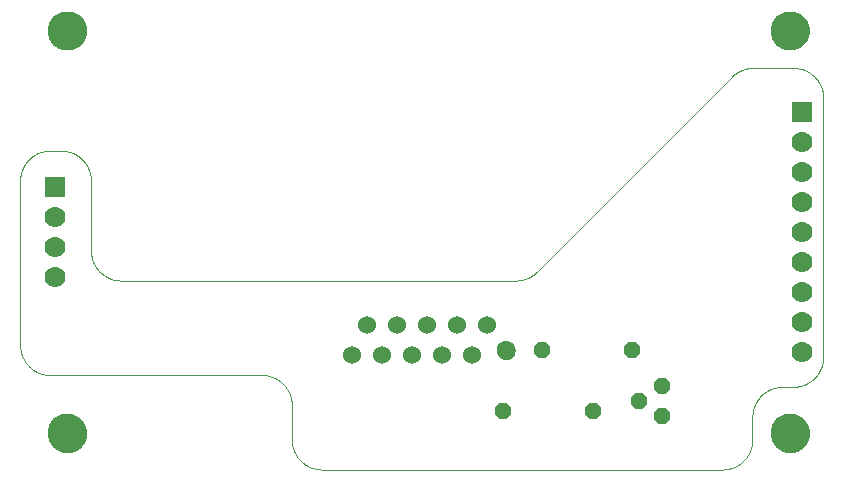
<source format=gbs>
G75*
%MOIN*%
%OFA0B0*%
%FSLAX25Y25*%
%IPPOS*%
%LPD*%
%AMOC8*
5,1,8,0,0,1.08239X$1,22.5*
%
%ADD10C,0.00000*%
%ADD11OC8,0.05600*%
%ADD12C,0.12998*%
%ADD13C,0.07000*%
%ADD14R,0.07000X0.07000*%
%ADD15C,0.06000*%
%ADD16C,0.06306*%
D10*
X0010410Y0013087D02*
X0010412Y0013245D01*
X0010418Y0013403D01*
X0010428Y0013561D01*
X0010442Y0013719D01*
X0010460Y0013876D01*
X0010481Y0014033D01*
X0010507Y0014189D01*
X0010537Y0014345D01*
X0010570Y0014500D01*
X0010608Y0014653D01*
X0010649Y0014806D01*
X0010694Y0014958D01*
X0010743Y0015109D01*
X0010796Y0015258D01*
X0010852Y0015406D01*
X0010912Y0015552D01*
X0010976Y0015697D01*
X0011044Y0015840D01*
X0011115Y0015982D01*
X0011189Y0016122D01*
X0011267Y0016259D01*
X0011349Y0016395D01*
X0011433Y0016529D01*
X0011522Y0016660D01*
X0011613Y0016789D01*
X0011708Y0016916D01*
X0011805Y0017041D01*
X0011906Y0017163D01*
X0012010Y0017282D01*
X0012117Y0017399D01*
X0012227Y0017513D01*
X0012340Y0017624D01*
X0012455Y0017733D01*
X0012573Y0017838D01*
X0012694Y0017940D01*
X0012817Y0018040D01*
X0012943Y0018136D01*
X0013071Y0018229D01*
X0013201Y0018319D01*
X0013334Y0018405D01*
X0013469Y0018489D01*
X0013605Y0018568D01*
X0013744Y0018645D01*
X0013885Y0018717D01*
X0014027Y0018787D01*
X0014171Y0018852D01*
X0014317Y0018914D01*
X0014464Y0018972D01*
X0014613Y0019027D01*
X0014763Y0019078D01*
X0014914Y0019125D01*
X0015066Y0019168D01*
X0015219Y0019207D01*
X0015374Y0019243D01*
X0015529Y0019274D01*
X0015685Y0019302D01*
X0015841Y0019326D01*
X0015998Y0019346D01*
X0016156Y0019362D01*
X0016313Y0019374D01*
X0016472Y0019382D01*
X0016630Y0019386D01*
X0016788Y0019386D01*
X0016946Y0019382D01*
X0017105Y0019374D01*
X0017262Y0019362D01*
X0017420Y0019346D01*
X0017577Y0019326D01*
X0017733Y0019302D01*
X0017889Y0019274D01*
X0018044Y0019243D01*
X0018199Y0019207D01*
X0018352Y0019168D01*
X0018504Y0019125D01*
X0018655Y0019078D01*
X0018805Y0019027D01*
X0018954Y0018972D01*
X0019101Y0018914D01*
X0019247Y0018852D01*
X0019391Y0018787D01*
X0019533Y0018717D01*
X0019674Y0018645D01*
X0019813Y0018568D01*
X0019949Y0018489D01*
X0020084Y0018405D01*
X0020217Y0018319D01*
X0020347Y0018229D01*
X0020475Y0018136D01*
X0020601Y0018040D01*
X0020724Y0017940D01*
X0020845Y0017838D01*
X0020963Y0017733D01*
X0021078Y0017624D01*
X0021191Y0017513D01*
X0021301Y0017399D01*
X0021408Y0017282D01*
X0021512Y0017163D01*
X0021613Y0017041D01*
X0021710Y0016916D01*
X0021805Y0016789D01*
X0021896Y0016660D01*
X0021985Y0016529D01*
X0022069Y0016395D01*
X0022151Y0016259D01*
X0022229Y0016122D01*
X0022303Y0015982D01*
X0022374Y0015840D01*
X0022442Y0015697D01*
X0022506Y0015552D01*
X0022566Y0015406D01*
X0022622Y0015258D01*
X0022675Y0015109D01*
X0022724Y0014958D01*
X0022769Y0014806D01*
X0022810Y0014653D01*
X0022848Y0014500D01*
X0022881Y0014345D01*
X0022911Y0014189D01*
X0022937Y0014033D01*
X0022958Y0013876D01*
X0022976Y0013719D01*
X0022990Y0013561D01*
X0023000Y0013403D01*
X0023006Y0013245D01*
X0023008Y0013087D01*
X0023006Y0012929D01*
X0023000Y0012771D01*
X0022990Y0012613D01*
X0022976Y0012455D01*
X0022958Y0012298D01*
X0022937Y0012141D01*
X0022911Y0011985D01*
X0022881Y0011829D01*
X0022848Y0011674D01*
X0022810Y0011521D01*
X0022769Y0011368D01*
X0022724Y0011216D01*
X0022675Y0011065D01*
X0022622Y0010916D01*
X0022566Y0010768D01*
X0022506Y0010622D01*
X0022442Y0010477D01*
X0022374Y0010334D01*
X0022303Y0010192D01*
X0022229Y0010052D01*
X0022151Y0009915D01*
X0022069Y0009779D01*
X0021985Y0009645D01*
X0021896Y0009514D01*
X0021805Y0009385D01*
X0021710Y0009258D01*
X0021613Y0009133D01*
X0021512Y0009011D01*
X0021408Y0008892D01*
X0021301Y0008775D01*
X0021191Y0008661D01*
X0021078Y0008550D01*
X0020963Y0008441D01*
X0020845Y0008336D01*
X0020724Y0008234D01*
X0020601Y0008134D01*
X0020475Y0008038D01*
X0020347Y0007945D01*
X0020217Y0007855D01*
X0020084Y0007769D01*
X0019949Y0007685D01*
X0019813Y0007606D01*
X0019674Y0007529D01*
X0019533Y0007457D01*
X0019391Y0007387D01*
X0019247Y0007322D01*
X0019101Y0007260D01*
X0018954Y0007202D01*
X0018805Y0007147D01*
X0018655Y0007096D01*
X0018504Y0007049D01*
X0018352Y0007006D01*
X0018199Y0006967D01*
X0018044Y0006931D01*
X0017889Y0006900D01*
X0017733Y0006872D01*
X0017577Y0006848D01*
X0017420Y0006828D01*
X0017262Y0006812D01*
X0017105Y0006800D01*
X0016946Y0006792D01*
X0016788Y0006788D01*
X0016630Y0006788D01*
X0016472Y0006792D01*
X0016313Y0006800D01*
X0016156Y0006812D01*
X0015998Y0006828D01*
X0015841Y0006848D01*
X0015685Y0006872D01*
X0015529Y0006900D01*
X0015374Y0006931D01*
X0015219Y0006967D01*
X0015066Y0007006D01*
X0014914Y0007049D01*
X0014763Y0007096D01*
X0014613Y0007147D01*
X0014464Y0007202D01*
X0014317Y0007260D01*
X0014171Y0007322D01*
X0014027Y0007387D01*
X0013885Y0007457D01*
X0013744Y0007529D01*
X0013605Y0007606D01*
X0013469Y0007685D01*
X0013334Y0007769D01*
X0013201Y0007855D01*
X0013071Y0007945D01*
X0012943Y0008038D01*
X0012817Y0008134D01*
X0012694Y0008234D01*
X0012573Y0008336D01*
X0012455Y0008441D01*
X0012340Y0008550D01*
X0012227Y0008661D01*
X0012117Y0008775D01*
X0012010Y0008892D01*
X0011906Y0009011D01*
X0011805Y0009133D01*
X0011708Y0009258D01*
X0011613Y0009385D01*
X0011522Y0009514D01*
X0011433Y0009645D01*
X0011349Y0009779D01*
X0011267Y0009915D01*
X0011189Y0010052D01*
X0011115Y0010192D01*
X0011044Y0010334D01*
X0010976Y0010477D01*
X0010912Y0010622D01*
X0010852Y0010768D01*
X0010796Y0010916D01*
X0010743Y0011065D01*
X0010694Y0011216D01*
X0010649Y0011368D01*
X0010608Y0011521D01*
X0010570Y0011674D01*
X0010537Y0011829D01*
X0010507Y0011985D01*
X0010481Y0012141D01*
X0010460Y0012298D01*
X0010442Y0012455D01*
X0010428Y0012613D01*
X0010418Y0012771D01*
X0010412Y0012929D01*
X0010410Y0013087D01*
X0011000Y0032496D02*
X0081551Y0032496D01*
X0081793Y0032493D01*
X0082034Y0032484D01*
X0082275Y0032470D01*
X0082516Y0032449D01*
X0082756Y0032423D01*
X0082996Y0032391D01*
X0083235Y0032353D01*
X0083472Y0032310D01*
X0083709Y0032260D01*
X0083944Y0032205D01*
X0084178Y0032145D01*
X0084410Y0032078D01*
X0084641Y0032007D01*
X0084870Y0031929D01*
X0085097Y0031846D01*
X0085322Y0031758D01*
X0085545Y0031664D01*
X0085765Y0031565D01*
X0085983Y0031460D01*
X0086198Y0031351D01*
X0086411Y0031236D01*
X0086621Y0031116D01*
X0086827Y0030991D01*
X0087031Y0030861D01*
X0087232Y0030726D01*
X0087429Y0030586D01*
X0087623Y0030442D01*
X0087813Y0030293D01*
X0087999Y0030139D01*
X0088182Y0029981D01*
X0088361Y0029819D01*
X0088536Y0029652D01*
X0088707Y0029481D01*
X0088874Y0029306D01*
X0089036Y0029127D01*
X0089194Y0028944D01*
X0089348Y0028758D01*
X0089497Y0028568D01*
X0089641Y0028374D01*
X0089781Y0028177D01*
X0089916Y0027976D01*
X0090046Y0027772D01*
X0090171Y0027566D01*
X0090291Y0027356D01*
X0090406Y0027143D01*
X0090515Y0026928D01*
X0090620Y0026710D01*
X0090719Y0026490D01*
X0090813Y0026267D01*
X0090901Y0026042D01*
X0090984Y0025815D01*
X0091062Y0025586D01*
X0091133Y0025355D01*
X0091200Y0025123D01*
X0091260Y0024889D01*
X0091315Y0024654D01*
X0091365Y0024417D01*
X0091408Y0024180D01*
X0091446Y0023941D01*
X0091478Y0023701D01*
X0091504Y0023461D01*
X0091525Y0023220D01*
X0091539Y0022979D01*
X0091548Y0022738D01*
X0091551Y0022496D01*
X0091551Y0011000D01*
X0091554Y0010758D01*
X0091563Y0010517D01*
X0091577Y0010276D01*
X0091598Y0010035D01*
X0091624Y0009795D01*
X0091656Y0009555D01*
X0091694Y0009316D01*
X0091737Y0009079D01*
X0091787Y0008842D01*
X0091842Y0008607D01*
X0091902Y0008373D01*
X0091969Y0008141D01*
X0092040Y0007910D01*
X0092118Y0007681D01*
X0092201Y0007454D01*
X0092289Y0007229D01*
X0092383Y0007006D01*
X0092482Y0006786D01*
X0092587Y0006568D01*
X0092696Y0006353D01*
X0092811Y0006140D01*
X0092931Y0005930D01*
X0093056Y0005724D01*
X0093186Y0005520D01*
X0093321Y0005319D01*
X0093461Y0005122D01*
X0093605Y0004928D01*
X0093754Y0004738D01*
X0093908Y0004552D01*
X0094066Y0004369D01*
X0094228Y0004190D01*
X0094395Y0004015D01*
X0094566Y0003844D01*
X0094741Y0003677D01*
X0094920Y0003515D01*
X0095103Y0003357D01*
X0095289Y0003203D01*
X0095479Y0003054D01*
X0095673Y0002910D01*
X0095870Y0002770D01*
X0096071Y0002635D01*
X0096275Y0002505D01*
X0096481Y0002380D01*
X0096691Y0002260D01*
X0096904Y0002145D01*
X0097119Y0002036D01*
X0097337Y0001931D01*
X0097557Y0001832D01*
X0097780Y0001738D01*
X0098005Y0001650D01*
X0098232Y0001567D01*
X0098461Y0001489D01*
X0098692Y0001418D01*
X0098924Y0001351D01*
X0099158Y0001291D01*
X0099393Y0001236D01*
X0099630Y0001186D01*
X0099867Y0001143D01*
X0100106Y0001105D01*
X0100346Y0001073D01*
X0100586Y0001047D01*
X0100827Y0001026D01*
X0101068Y0001012D01*
X0101309Y0001003D01*
X0101551Y0001000D01*
X0235094Y0001000D01*
X0235336Y0001003D01*
X0235577Y0001012D01*
X0235818Y0001026D01*
X0236059Y0001047D01*
X0236299Y0001073D01*
X0236539Y0001105D01*
X0236778Y0001143D01*
X0237015Y0001186D01*
X0237252Y0001236D01*
X0237487Y0001291D01*
X0237721Y0001351D01*
X0237953Y0001418D01*
X0238184Y0001489D01*
X0238413Y0001567D01*
X0238640Y0001650D01*
X0238865Y0001738D01*
X0239088Y0001832D01*
X0239308Y0001931D01*
X0239526Y0002036D01*
X0239741Y0002145D01*
X0239954Y0002260D01*
X0240164Y0002380D01*
X0240370Y0002505D01*
X0240574Y0002635D01*
X0240775Y0002770D01*
X0240972Y0002910D01*
X0241166Y0003054D01*
X0241356Y0003203D01*
X0241542Y0003357D01*
X0241725Y0003515D01*
X0241904Y0003677D01*
X0242079Y0003844D01*
X0242250Y0004015D01*
X0242417Y0004190D01*
X0242579Y0004369D01*
X0242737Y0004552D01*
X0242891Y0004738D01*
X0243040Y0004928D01*
X0243184Y0005122D01*
X0243324Y0005319D01*
X0243459Y0005520D01*
X0243589Y0005724D01*
X0243714Y0005930D01*
X0243834Y0006140D01*
X0243949Y0006353D01*
X0244058Y0006568D01*
X0244163Y0006786D01*
X0244262Y0007006D01*
X0244356Y0007229D01*
X0244444Y0007454D01*
X0244527Y0007681D01*
X0244605Y0007910D01*
X0244676Y0008141D01*
X0244743Y0008373D01*
X0244803Y0008607D01*
X0244858Y0008842D01*
X0244908Y0009079D01*
X0244951Y0009316D01*
X0244989Y0009555D01*
X0245021Y0009795D01*
X0245047Y0010035D01*
X0245068Y0010276D01*
X0245082Y0010517D01*
X0245091Y0010758D01*
X0245094Y0011000D01*
X0245094Y0018559D01*
X0245097Y0018801D01*
X0245106Y0019042D01*
X0245120Y0019283D01*
X0245141Y0019524D01*
X0245167Y0019764D01*
X0245199Y0020004D01*
X0245237Y0020243D01*
X0245280Y0020480D01*
X0245330Y0020717D01*
X0245385Y0020952D01*
X0245445Y0021186D01*
X0245512Y0021418D01*
X0245583Y0021649D01*
X0245661Y0021878D01*
X0245744Y0022105D01*
X0245832Y0022330D01*
X0245926Y0022553D01*
X0246025Y0022773D01*
X0246130Y0022991D01*
X0246239Y0023206D01*
X0246354Y0023419D01*
X0246474Y0023629D01*
X0246599Y0023835D01*
X0246729Y0024039D01*
X0246864Y0024240D01*
X0247004Y0024437D01*
X0247148Y0024631D01*
X0247297Y0024821D01*
X0247451Y0025007D01*
X0247609Y0025190D01*
X0247771Y0025369D01*
X0247938Y0025544D01*
X0248109Y0025715D01*
X0248284Y0025882D01*
X0248463Y0026044D01*
X0248646Y0026202D01*
X0248832Y0026356D01*
X0249022Y0026505D01*
X0249216Y0026649D01*
X0249413Y0026789D01*
X0249614Y0026924D01*
X0249818Y0027054D01*
X0250024Y0027179D01*
X0250234Y0027299D01*
X0250447Y0027414D01*
X0250662Y0027523D01*
X0250880Y0027628D01*
X0251100Y0027727D01*
X0251323Y0027821D01*
X0251548Y0027909D01*
X0251775Y0027992D01*
X0252004Y0028070D01*
X0252235Y0028141D01*
X0252467Y0028208D01*
X0252701Y0028268D01*
X0252936Y0028323D01*
X0253173Y0028373D01*
X0253410Y0028416D01*
X0253649Y0028454D01*
X0253889Y0028486D01*
X0254129Y0028512D01*
X0254370Y0028533D01*
X0254611Y0028547D01*
X0254852Y0028556D01*
X0255094Y0028559D01*
X0258717Y0028559D01*
X0258959Y0028562D01*
X0259200Y0028571D01*
X0259441Y0028585D01*
X0259682Y0028606D01*
X0259922Y0028632D01*
X0260162Y0028664D01*
X0260401Y0028702D01*
X0260638Y0028745D01*
X0260875Y0028795D01*
X0261110Y0028850D01*
X0261344Y0028910D01*
X0261576Y0028977D01*
X0261807Y0029048D01*
X0262036Y0029126D01*
X0262263Y0029209D01*
X0262488Y0029297D01*
X0262711Y0029391D01*
X0262931Y0029490D01*
X0263149Y0029595D01*
X0263364Y0029704D01*
X0263577Y0029819D01*
X0263787Y0029939D01*
X0263993Y0030064D01*
X0264197Y0030194D01*
X0264398Y0030329D01*
X0264595Y0030469D01*
X0264789Y0030613D01*
X0264979Y0030762D01*
X0265165Y0030916D01*
X0265348Y0031074D01*
X0265527Y0031236D01*
X0265702Y0031403D01*
X0265873Y0031574D01*
X0266040Y0031749D01*
X0266202Y0031928D01*
X0266360Y0032111D01*
X0266514Y0032297D01*
X0266663Y0032487D01*
X0266807Y0032681D01*
X0266947Y0032878D01*
X0267082Y0033079D01*
X0267212Y0033283D01*
X0267337Y0033489D01*
X0267457Y0033699D01*
X0267572Y0033912D01*
X0267681Y0034127D01*
X0267786Y0034345D01*
X0267885Y0034565D01*
X0267979Y0034788D01*
X0268067Y0035013D01*
X0268150Y0035240D01*
X0268228Y0035469D01*
X0268299Y0035700D01*
X0268366Y0035932D01*
X0268426Y0036166D01*
X0268481Y0036401D01*
X0268531Y0036638D01*
X0268574Y0036875D01*
X0268612Y0037114D01*
X0268644Y0037354D01*
X0268670Y0037594D01*
X0268691Y0037835D01*
X0268705Y0038076D01*
X0268714Y0038317D01*
X0268717Y0038559D01*
X0268717Y0124858D01*
X0268714Y0125100D01*
X0268705Y0125341D01*
X0268691Y0125582D01*
X0268670Y0125823D01*
X0268644Y0126063D01*
X0268612Y0126303D01*
X0268574Y0126542D01*
X0268531Y0126779D01*
X0268481Y0127016D01*
X0268426Y0127251D01*
X0268366Y0127485D01*
X0268299Y0127717D01*
X0268228Y0127948D01*
X0268150Y0128177D01*
X0268067Y0128404D01*
X0267979Y0128629D01*
X0267885Y0128852D01*
X0267786Y0129072D01*
X0267681Y0129290D01*
X0267572Y0129505D01*
X0267457Y0129718D01*
X0267337Y0129928D01*
X0267212Y0130134D01*
X0267082Y0130338D01*
X0266947Y0130539D01*
X0266807Y0130736D01*
X0266663Y0130930D01*
X0266514Y0131120D01*
X0266360Y0131306D01*
X0266202Y0131489D01*
X0266040Y0131668D01*
X0265873Y0131843D01*
X0265702Y0132014D01*
X0265527Y0132181D01*
X0265348Y0132343D01*
X0265165Y0132501D01*
X0264979Y0132655D01*
X0264789Y0132804D01*
X0264595Y0132948D01*
X0264398Y0133088D01*
X0264197Y0133223D01*
X0263993Y0133353D01*
X0263787Y0133478D01*
X0263577Y0133598D01*
X0263364Y0133713D01*
X0263149Y0133822D01*
X0262931Y0133927D01*
X0262711Y0134026D01*
X0262488Y0134120D01*
X0262263Y0134208D01*
X0262036Y0134291D01*
X0261807Y0134369D01*
X0261576Y0134440D01*
X0261344Y0134507D01*
X0261110Y0134567D01*
X0260875Y0134622D01*
X0260638Y0134672D01*
X0260401Y0134715D01*
X0260162Y0134753D01*
X0259922Y0134785D01*
X0259682Y0134811D01*
X0259441Y0134832D01*
X0259200Y0134846D01*
X0258959Y0134855D01*
X0258717Y0134858D01*
X0245300Y0134858D01*
X0238229Y0131929D02*
X0173220Y0066921D01*
X0166149Y0063992D02*
X0034622Y0063992D01*
X0034380Y0063995D01*
X0034139Y0064004D01*
X0033898Y0064018D01*
X0033657Y0064039D01*
X0033417Y0064065D01*
X0033177Y0064097D01*
X0032938Y0064135D01*
X0032701Y0064178D01*
X0032464Y0064228D01*
X0032229Y0064283D01*
X0031995Y0064343D01*
X0031763Y0064410D01*
X0031532Y0064481D01*
X0031303Y0064559D01*
X0031076Y0064642D01*
X0030851Y0064730D01*
X0030628Y0064824D01*
X0030408Y0064923D01*
X0030190Y0065028D01*
X0029975Y0065137D01*
X0029762Y0065252D01*
X0029552Y0065372D01*
X0029346Y0065497D01*
X0029142Y0065627D01*
X0028941Y0065762D01*
X0028744Y0065902D01*
X0028550Y0066046D01*
X0028360Y0066195D01*
X0028174Y0066349D01*
X0027991Y0066507D01*
X0027812Y0066669D01*
X0027637Y0066836D01*
X0027466Y0067007D01*
X0027299Y0067182D01*
X0027137Y0067361D01*
X0026979Y0067544D01*
X0026825Y0067730D01*
X0026676Y0067920D01*
X0026532Y0068114D01*
X0026392Y0068311D01*
X0026257Y0068512D01*
X0026127Y0068716D01*
X0026002Y0068922D01*
X0025882Y0069132D01*
X0025767Y0069345D01*
X0025658Y0069560D01*
X0025553Y0069778D01*
X0025454Y0069998D01*
X0025360Y0070221D01*
X0025272Y0070446D01*
X0025189Y0070673D01*
X0025111Y0070902D01*
X0025040Y0071133D01*
X0024973Y0071365D01*
X0024913Y0071599D01*
X0024858Y0071834D01*
X0024808Y0072071D01*
X0024765Y0072308D01*
X0024727Y0072547D01*
X0024695Y0072787D01*
X0024669Y0073027D01*
X0024648Y0073268D01*
X0024634Y0073509D01*
X0024625Y0073750D01*
X0024622Y0073992D01*
X0024622Y0097299D01*
X0024619Y0097541D01*
X0024610Y0097782D01*
X0024596Y0098023D01*
X0024575Y0098264D01*
X0024549Y0098504D01*
X0024517Y0098744D01*
X0024479Y0098983D01*
X0024436Y0099220D01*
X0024386Y0099457D01*
X0024331Y0099692D01*
X0024271Y0099926D01*
X0024204Y0100158D01*
X0024133Y0100389D01*
X0024055Y0100618D01*
X0023972Y0100845D01*
X0023884Y0101070D01*
X0023790Y0101293D01*
X0023691Y0101513D01*
X0023586Y0101731D01*
X0023477Y0101946D01*
X0023362Y0102159D01*
X0023242Y0102369D01*
X0023117Y0102575D01*
X0022987Y0102779D01*
X0022852Y0102980D01*
X0022712Y0103177D01*
X0022568Y0103371D01*
X0022419Y0103561D01*
X0022265Y0103747D01*
X0022107Y0103930D01*
X0021945Y0104109D01*
X0021778Y0104284D01*
X0021607Y0104455D01*
X0021432Y0104622D01*
X0021253Y0104784D01*
X0021070Y0104942D01*
X0020884Y0105096D01*
X0020694Y0105245D01*
X0020500Y0105389D01*
X0020303Y0105529D01*
X0020102Y0105664D01*
X0019898Y0105794D01*
X0019692Y0105919D01*
X0019482Y0106039D01*
X0019269Y0106154D01*
X0019054Y0106263D01*
X0018836Y0106368D01*
X0018616Y0106467D01*
X0018393Y0106561D01*
X0018168Y0106649D01*
X0017941Y0106732D01*
X0017712Y0106810D01*
X0017481Y0106881D01*
X0017249Y0106948D01*
X0017015Y0107008D01*
X0016780Y0107063D01*
X0016543Y0107113D01*
X0016306Y0107156D01*
X0016067Y0107194D01*
X0015827Y0107226D01*
X0015587Y0107252D01*
X0015346Y0107273D01*
X0015105Y0107287D01*
X0014864Y0107296D01*
X0014622Y0107299D01*
X0011000Y0107299D01*
X0010758Y0107296D01*
X0010517Y0107287D01*
X0010276Y0107273D01*
X0010035Y0107252D01*
X0009795Y0107226D01*
X0009555Y0107194D01*
X0009316Y0107156D01*
X0009079Y0107113D01*
X0008842Y0107063D01*
X0008607Y0107008D01*
X0008373Y0106948D01*
X0008141Y0106881D01*
X0007910Y0106810D01*
X0007681Y0106732D01*
X0007454Y0106649D01*
X0007229Y0106561D01*
X0007006Y0106467D01*
X0006786Y0106368D01*
X0006568Y0106263D01*
X0006353Y0106154D01*
X0006140Y0106039D01*
X0005930Y0105919D01*
X0005724Y0105794D01*
X0005520Y0105664D01*
X0005319Y0105529D01*
X0005122Y0105389D01*
X0004928Y0105245D01*
X0004738Y0105096D01*
X0004552Y0104942D01*
X0004369Y0104784D01*
X0004190Y0104622D01*
X0004015Y0104455D01*
X0003844Y0104284D01*
X0003677Y0104109D01*
X0003515Y0103930D01*
X0003357Y0103747D01*
X0003203Y0103561D01*
X0003054Y0103371D01*
X0002910Y0103177D01*
X0002770Y0102980D01*
X0002635Y0102779D01*
X0002505Y0102575D01*
X0002380Y0102369D01*
X0002260Y0102159D01*
X0002145Y0101946D01*
X0002036Y0101731D01*
X0001931Y0101513D01*
X0001832Y0101293D01*
X0001738Y0101070D01*
X0001650Y0100845D01*
X0001567Y0100618D01*
X0001489Y0100389D01*
X0001418Y0100158D01*
X0001351Y0099926D01*
X0001291Y0099692D01*
X0001236Y0099457D01*
X0001186Y0099220D01*
X0001143Y0098983D01*
X0001105Y0098744D01*
X0001073Y0098504D01*
X0001047Y0098264D01*
X0001026Y0098023D01*
X0001012Y0097782D01*
X0001003Y0097541D01*
X0001000Y0097299D01*
X0001000Y0042496D01*
X0001003Y0042254D01*
X0001012Y0042013D01*
X0001026Y0041772D01*
X0001047Y0041531D01*
X0001073Y0041291D01*
X0001105Y0041051D01*
X0001143Y0040812D01*
X0001186Y0040575D01*
X0001236Y0040338D01*
X0001291Y0040103D01*
X0001351Y0039869D01*
X0001418Y0039637D01*
X0001489Y0039406D01*
X0001567Y0039177D01*
X0001650Y0038950D01*
X0001738Y0038725D01*
X0001832Y0038502D01*
X0001931Y0038282D01*
X0002036Y0038064D01*
X0002145Y0037849D01*
X0002260Y0037636D01*
X0002380Y0037426D01*
X0002505Y0037220D01*
X0002635Y0037016D01*
X0002770Y0036815D01*
X0002910Y0036618D01*
X0003054Y0036424D01*
X0003203Y0036234D01*
X0003357Y0036048D01*
X0003515Y0035865D01*
X0003677Y0035686D01*
X0003844Y0035511D01*
X0004015Y0035340D01*
X0004190Y0035173D01*
X0004369Y0035011D01*
X0004552Y0034853D01*
X0004738Y0034699D01*
X0004928Y0034550D01*
X0005122Y0034406D01*
X0005319Y0034266D01*
X0005520Y0034131D01*
X0005724Y0034001D01*
X0005930Y0033876D01*
X0006140Y0033756D01*
X0006353Y0033641D01*
X0006568Y0033532D01*
X0006786Y0033427D01*
X0007006Y0033328D01*
X0007229Y0033234D01*
X0007454Y0033146D01*
X0007681Y0033063D01*
X0007910Y0032985D01*
X0008141Y0032914D01*
X0008373Y0032847D01*
X0008607Y0032787D01*
X0008842Y0032732D01*
X0009079Y0032682D01*
X0009316Y0032639D01*
X0009555Y0032601D01*
X0009795Y0032569D01*
X0010035Y0032543D01*
X0010276Y0032522D01*
X0010517Y0032508D01*
X0010758Y0032499D01*
X0011000Y0032496D01*
X0159937Y0040744D02*
X0159939Y0040852D01*
X0159945Y0040961D01*
X0159955Y0041069D01*
X0159969Y0041176D01*
X0159987Y0041283D01*
X0160008Y0041390D01*
X0160034Y0041495D01*
X0160064Y0041600D01*
X0160097Y0041703D01*
X0160134Y0041805D01*
X0160175Y0041905D01*
X0160219Y0042004D01*
X0160268Y0042102D01*
X0160319Y0042197D01*
X0160374Y0042290D01*
X0160433Y0042382D01*
X0160495Y0042471D01*
X0160560Y0042558D01*
X0160628Y0042642D01*
X0160699Y0042724D01*
X0160773Y0042803D01*
X0160850Y0042879D01*
X0160930Y0042953D01*
X0161013Y0043023D01*
X0161098Y0043091D01*
X0161185Y0043155D01*
X0161275Y0043216D01*
X0161367Y0043274D01*
X0161461Y0043328D01*
X0161557Y0043379D01*
X0161654Y0043426D01*
X0161754Y0043470D01*
X0161855Y0043510D01*
X0161957Y0043546D01*
X0162060Y0043578D01*
X0162165Y0043607D01*
X0162271Y0043631D01*
X0162377Y0043652D01*
X0162484Y0043669D01*
X0162592Y0043682D01*
X0162700Y0043691D01*
X0162809Y0043696D01*
X0162917Y0043697D01*
X0163026Y0043694D01*
X0163134Y0043687D01*
X0163242Y0043676D01*
X0163349Y0043661D01*
X0163456Y0043642D01*
X0163562Y0043619D01*
X0163667Y0043593D01*
X0163772Y0043562D01*
X0163874Y0043528D01*
X0163976Y0043490D01*
X0164076Y0043448D01*
X0164175Y0043403D01*
X0164272Y0043354D01*
X0164366Y0043301D01*
X0164459Y0043245D01*
X0164550Y0043186D01*
X0164639Y0043123D01*
X0164725Y0043058D01*
X0164809Y0042989D01*
X0164890Y0042917D01*
X0164968Y0042842D01*
X0165044Y0042764D01*
X0165117Y0042683D01*
X0165187Y0042600D01*
X0165253Y0042515D01*
X0165317Y0042427D01*
X0165377Y0042336D01*
X0165434Y0042244D01*
X0165487Y0042149D01*
X0165537Y0042053D01*
X0165583Y0041955D01*
X0165626Y0041855D01*
X0165665Y0041754D01*
X0165700Y0041651D01*
X0165732Y0041548D01*
X0165759Y0041443D01*
X0165783Y0041337D01*
X0165803Y0041230D01*
X0165819Y0041123D01*
X0165831Y0041015D01*
X0165839Y0040907D01*
X0165843Y0040798D01*
X0165843Y0040690D01*
X0165839Y0040581D01*
X0165831Y0040473D01*
X0165819Y0040365D01*
X0165803Y0040258D01*
X0165783Y0040151D01*
X0165759Y0040045D01*
X0165732Y0039940D01*
X0165700Y0039837D01*
X0165665Y0039734D01*
X0165626Y0039633D01*
X0165583Y0039533D01*
X0165537Y0039435D01*
X0165487Y0039339D01*
X0165434Y0039244D01*
X0165377Y0039152D01*
X0165317Y0039061D01*
X0165253Y0038973D01*
X0165187Y0038888D01*
X0165117Y0038805D01*
X0165044Y0038724D01*
X0164968Y0038646D01*
X0164890Y0038571D01*
X0164809Y0038499D01*
X0164725Y0038430D01*
X0164639Y0038365D01*
X0164550Y0038302D01*
X0164459Y0038243D01*
X0164367Y0038187D01*
X0164272Y0038134D01*
X0164175Y0038085D01*
X0164076Y0038040D01*
X0163976Y0037998D01*
X0163874Y0037960D01*
X0163772Y0037926D01*
X0163667Y0037895D01*
X0163562Y0037869D01*
X0163456Y0037846D01*
X0163349Y0037827D01*
X0163242Y0037812D01*
X0163134Y0037801D01*
X0163026Y0037794D01*
X0162917Y0037791D01*
X0162809Y0037792D01*
X0162700Y0037797D01*
X0162592Y0037806D01*
X0162484Y0037819D01*
X0162377Y0037836D01*
X0162271Y0037857D01*
X0162165Y0037881D01*
X0162060Y0037910D01*
X0161957Y0037942D01*
X0161855Y0037978D01*
X0161754Y0038018D01*
X0161654Y0038062D01*
X0161557Y0038109D01*
X0161461Y0038160D01*
X0161367Y0038214D01*
X0161275Y0038272D01*
X0161185Y0038333D01*
X0161098Y0038397D01*
X0161013Y0038465D01*
X0160930Y0038535D01*
X0160850Y0038609D01*
X0160773Y0038685D01*
X0160699Y0038764D01*
X0160628Y0038846D01*
X0160560Y0038930D01*
X0160495Y0039017D01*
X0160433Y0039106D01*
X0160374Y0039198D01*
X0160319Y0039291D01*
X0160268Y0039386D01*
X0160219Y0039484D01*
X0160175Y0039583D01*
X0160134Y0039683D01*
X0160097Y0039785D01*
X0160064Y0039888D01*
X0160034Y0039993D01*
X0160008Y0040098D01*
X0159987Y0040205D01*
X0159969Y0040312D01*
X0159955Y0040419D01*
X0159945Y0040527D01*
X0159939Y0040636D01*
X0159937Y0040744D01*
X0166149Y0063992D02*
X0166387Y0063995D01*
X0166625Y0064003D01*
X0166862Y0064017D01*
X0167100Y0064037D01*
X0167336Y0064063D01*
X0167572Y0064094D01*
X0167807Y0064130D01*
X0168042Y0064173D01*
X0168275Y0064221D01*
X0168507Y0064274D01*
X0168737Y0064333D01*
X0168966Y0064397D01*
X0169194Y0064467D01*
X0169420Y0064542D01*
X0169644Y0064623D01*
X0169866Y0064708D01*
X0170086Y0064799D01*
X0170303Y0064896D01*
X0170518Y0064997D01*
X0170731Y0065104D01*
X0170941Y0065215D01*
X0171149Y0065332D01*
X0171354Y0065453D01*
X0171555Y0065579D01*
X0171754Y0065711D01*
X0171950Y0065846D01*
X0172142Y0065987D01*
X0172331Y0066131D01*
X0172516Y0066281D01*
X0172698Y0066435D01*
X0172876Y0066592D01*
X0173050Y0066755D01*
X0173220Y0066921D01*
X0251355Y0013087D02*
X0251357Y0013245D01*
X0251363Y0013403D01*
X0251373Y0013561D01*
X0251387Y0013719D01*
X0251405Y0013876D01*
X0251426Y0014033D01*
X0251452Y0014189D01*
X0251482Y0014345D01*
X0251515Y0014500D01*
X0251553Y0014653D01*
X0251594Y0014806D01*
X0251639Y0014958D01*
X0251688Y0015109D01*
X0251741Y0015258D01*
X0251797Y0015406D01*
X0251857Y0015552D01*
X0251921Y0015697D01*
X0251989Y0015840D01*
X0252060Y0015982D01*
X0252134Y0016122D01*
X0252212Y0016259D01*
X0252294Y0016395D01*
X0252378Y0016529D01*
X0252467Y0016660D01*
X0252558Y0016789D01*
X0252653Y0016916D01*
X0252750Y0017041D01*
X0252851Y0017163D01*
X0252955Y0017282D01*
X0253062Y0017399D01*
X0253172Y0017513D01*
X0253285Y0017624D01*
X0253400Y0017733D01*
X0253518Y0017838D01*
X0253639Y0017940D01*
X0253762Y0018040D01*
X0253888Y0018136D01*
X0254016Y0018229D01*
X0254146Y0018319D01*
X0254279Y0018405D01*
X0254414Y0018489D01*
X0254550Y0018568D01*
X0254689Y0018645D01*
X0254830Y0018717D01*
X0254972Y0018787D01*
X0255116Y0018852D01*
X0255262Y0018914D01*
X0255409Y0018972D01*
X0255558Y0019027D01*
X0255708Y0019078D01*
X0255859Y0019125D01*
X0256011Y0019168D01*
X0256164Y0019207D01*
X0256319Y0019243D01*
X0256474Y0019274D01*
X0256630Y0019302D01*
X0256786Y0019326D01*
X0256943Y0019346D01*
X0257101Y0019362D01*
X0257258Y0019374D01*
X0257417Y0019382D01*
X0257575Y0019386D01*
X0257733Y0019386D01*
X0257891Y0019382D01*
X0258050Y0019374D01*
X0258207Y0019362D01*
X0258365Y0019346D01*
X0258522Y0019326D01*
X0258678Y0019302D01*
X0258834Y0019274D01*
X0258989Y0019243D01*
X0259144Y0019207D01*
X0259297Y0019168D01*
X0259449Y0019125D01*
X0259600Y0019078D01*
X0259750Y0019027D01*
X0259899Y0018972D01*
X0260046Y0018914D01*
X0260192Y0018852D01*
X0260336Y0018787D01*
X0260478Y0018717D01*
X0260619Y0018645D01*
X0260758Y0018568D01*
X0260894Y0018489D01*
X0261029Y0018405D01*
X0261162Y0018319D01*
X0261292Y0018229D01*
X0261420Y0018136D01*
X0261546Y0018040D01*
X0261669Y0017940D01*
X0261790Y0017838D01*
X0261908Y0017733D01*
X0262023Y0017624D01*
X0262136Y0017513D01*
X0262246Y0017399D01*
X0262353Y0017282D01*
X0262457Y0017163D01*
X0262558Y0017041D01*
X0262655Y0016916D01*
X0262750Y0016789D01*
X0262841Y0016660D01*
X0262930Y0016529D01*
X0263014Y0016395D01*
X0263096Y0016259D01*
X0263174Y0016122D01*
X0263248Y0015982D01*
X0263319Y0015840D01*
X0263387Y0015697D01*
X0263451Y0015552D01*
X0263511Y0015406D01*
X0263567Y0015258D01*
X0263620Y0015109D01*
X0263669Y0014958D01*
X0263714Y0014806D01*
X0263755Y0014653D01*
X0263793Y0014500D01*
X0263826Y0014345D01*
X0263856Y0014189D01*
X0263882Y0014033D01*
X0263903Y0013876D01*
X0263921Y0013719D01*
X0263935Y0013561D01*
X0263945Y0013403D01*
X0263951Y0013245D01*
X0263953Y0013087D01*
X0263951Y0012929D01*
X0263945Y0012771D01*
X0263935Y0012613D01*
X0263921Y0012455D01*
X0263903Y0012298D01*
X0263882Y0012141D01*
X0263856Y0011985D01*
X0263826Y0011829D01*
X0263793Y0011674D01*
X0263755Y0011521D01*
X0263714Y0011368D01*
X0263669Y0011216D01*
X0263620Y0011065D01*
X0263567Y0010916D01*
X0263511Y0010768D01*
X0263451Y0010622D01*
X0263387Y0010477D01*
X0263319Y0010334D01*
X0263248Y0010192D01*
X0263174Y0010052D01*
X0263096Y0009915D01*
X0263014Y0009779D01*
X0262930Y0009645D01*
X0262841Y0009514D01*
X0262750Y0009385D01*
X0262655Y0009258D01*
X0262558Y0009133D01*
X0262457Y0009011D01*
X0262353Y0008892D01*
X0262246Y0008775D01*
X0262136Y0008661D01*
X0262023Y0008550D01*
X0261908Y0008441D01*
X0261790Y0008336D01*
X0261669Y0008234D01*
X0261546Y0008134D01*
X0261420Y0008038D01*
X0261292Y0007945D01*
X0261162Y0007855D01*
X0261029Y0007769D01*
X0260894Y0007685D01*
X0260758Y0007606D01*
X0260619Y0007529D01*
X0260478Y0007457D01*
X0260336Y0007387D01*
X0260192Y0007322D01*
X0260046Y0007260D01*
X0259899Y0007202D01*
X0259750Y0007147D01*
X0259600Y0007096D01*
X0259449Y0007049D01*
X0259297Y0007006D01*
X0259144Y0006967D01*
X0258989Y0006931D01*
X0258834Y0006900D01*
X0258678Y0006872D01*
X0258522Y0006848D01*
X0258365Y0006828D01*
X0258207Y0006812D01*
X0258050Y0006800D01*
X0257891Y0006792D01*
X0257733Y0006788D01*
X0257575Y0006788D01*
X0257417Y0006792D01*
X0257258Y0006800D01*
X0257101Y0006812D01*
X0256943Y0006828D01*
X0256786Y0006848D01*
X0256630Y0006872D01*
X0256474Y0006900D01*
X0256319Y0006931D01*
X0256164Y0006967D01*
X0256011Y0007006D01*
X0255859Y0007049D01*
X0255708Y0007096D01*
X0255558Y0007147D01*
X0255409Y0007202D01*
X0255262Y0007260D01*
X0255116Y0007322D01*
X0254972Y0007387D01*
X0254830Y0007457D01*
X0254689Y0007529D01*
X0254550Y0007606D01*
X0254414Y0007685D01*
X0254279Y0007769D01*
X0254146Y0007855D01*
X0254016Y0007945D01*
X0253888Y0008038D01*
X0253762Y0008134D01*
X0253639Y0008234D01*
X0253518Y0008336D01*
X0253400Y0008441D01*
X0253285Y0008550D01*
X0253172Y0008661D01*
X0253062Y0008775D01*
X0252955Y0008892D01*
X0252851Y0009011D01*
X0252750Y0009133D01*
X0252653Y0009258D01*
X0252558Y0009385D01*
X0252467Y0009514D01*
X0252378Y0009645D01*
X0252294Y0009779D01*
X0252212Y0009915D01*
X0252134Y0010052D01*
X0252060Y0010192D01*
X0251989Y0010334D01*
X0251921Y0010477D01*
X0251857Y0010622D01*
X0251797Y0010768D01*
X0251741Y0010916D01*
X0251688Y0011065D01*
X0251639Y0011216D01*
X0251594Y0011368D01*
X0251553Y0011521D01*
X0251515Y0011674D01*
X0251482Y0011829D01*
X0251452Y0011985D01*
X0251426Y0012141D01*
X0251405Y0012298D01*
X0251387Y0012455D01*
X0251373Y0012613D01*
X0251363Y0012771D01*
X0251357Y0012929D01*
X0251355Y0013087D01*
X0238229Y0131929D02*
X0238399Y0132095D01*
X0238573Y0132258D01*
X0238751Y0132415D01*
X0238933Y0132569D01*
X0239118Y0132719D01*
X0239307Y0132863D01*
X0239499Y0133004D01*
X0239695Y0133139D01*
X0239894Y0133271D01*
X0240095Y0133397D01*
X0240300Y0133518D01*
X0240508Y0133635D01*
X0240718Y0133746D01*
X0240931Y0133853D01*
X0241146Y0133954D01*
X0241363Y0134051D01*
X0241583Y0134142D01*
X0241805Y0134227D01*
X0242029Y0134308D01*
X0242255Y0134383D01*
X0242483Y0134453D01*
X0242712Y0134517D01*
X0242942Y0134576D01*
X0243174Y0134629D01*
X0243407Y0134677D01*
X0243642Y0134720D01*
X0243877Y0134756D01*
X0244113Y0134787D01*
X0244349Y0134813D01*
X0244587Y0134833D01*
X0244824Y0134847D01*
X0245062Y0134855D01*
X0245300Y0134858D01*
X0251355Y0147339D02*
X0251357Y0147497D01*
X0251363Y0147655D01*
X0251373Y0147813D01*
X0251387Y0147971D01*
X0251405Y0148128D01*
X0251426Y0148285D01*
X0251452Y0148441D01*
X0251482Y0148597D01*
X0251515Y0148752D01*
X0251553Y0148905D01*
X0251594Y0149058D01*
X0251639Y0149210D01*
X0251688Y0149361D01*
X0251741Y0149510D01*
X0251797Y0149658D01*
X0251857Y0149804D01*
X0251921Y0149949D01*
X0251989Y0150092D01*
X0252060Y0150234D01*
X0252134Y0150374D01*
X0252212Y0150511D01*
X0252294Y0150647D01*
X0252378Y0150781D01*
X0252467Y0150912D01*
X0252558Y0151041D01*
X0252653Y0151168D01*
X0252750Y0151293D01*
X0252851Y0151415D01*
X0252955Y0151534D01*
X0253062Y0151651D01*
X0253172Y0151765D01*
X0253285Y0151876D01*
X0253400Y0151985D01*
X0253518Y0152090D01*
X0253639Y0152192D01*
X0253762Y0152292D01*
X0253888Y0152388D01*
X0254016Y0152481D01*
X0254146Y0152571D01*
X0254279Y0152657D01*
X0254414Y0152741D01*
X0254550Y0152820D01*
X0254689Y0152897D01*
X0254830Y0152969D01*
X0254972Y0153039D01*
X0255116Y0153104D01*
X0255262Y0153166D01*
X0255409Y0153224D01*
X0255558Y0153279D01*
X0255708Y0153330D01*
X0255859Y0153377D01*
X0256011Y0153420D01*
X0256164Y0153459D01*
X0256319Y0153495D01*
X0256474Y0153526D01*
X0256630Y0153554D01*
X0256786Y0153578D01*
X0256943Y0153598D01*
X0257101Y0153614D01*
X0257258Y0153626D01*
X0257417Y0153634D01*
X0257575Y0153638D01*
X0257733Y0153638D01*
X0257891Y0153634D01*
X0258050Y0153626D01*
X0258207Y0153614D01*
X0258365Y0153598D01*
X0258522Y0153578D01*
X0258678Y0153554D01*
X0258834Y0153526D01*
X0258989Y0153495D01*
X0259144Y0153459D01*
X0259297Y0153420D01*
X0259449Y0153377D01*
X0259600Y0153330D01*
X0259750Y0153279D01*
X0259899Y0153224D01*
X0260046Y0153166D01*
X0260192Y0153104D01*
X0260336Y0153039D01*
X0260478Y0152969D01*
X0260619Y0152897D01*
X0260758Y0152820D01*
X0260894Y0152741D01*
X0261029Y0152657D01*
X0261162Y0152571D01*
X0261292Y0152481D01*
X0261420Y0152388D01*
X0261546Y0152292D01*
X0261669Y0152192D01*
X0261790Y0152090D01*
X0261908Y0151985D01*
X0262023Y0151876D01*
X0262136Y0151765D01*
X0262246Y0151651D01*
X0262353Y0151534D01*
X0262457Y0151415D01*
X0262558Y0151293D01*
X0262655Y0151168D01*
X0262750Y0151041D01*
X0262841Y0150912D01*
X0262930Y0150781D01*
X0263014Y0150647D01*
X0263096Y0150511D01*
X0263174Y0150374D01*
X0263248Y0150234D01*
X0263319Y0150092D01*
X0263387Y0149949D01*
X0263451Y0149804D01*
X0263511Y0149658D01*
X0263567Y0149510D01*
X0263620Y0149361D01*
X0263669Y0149210D01*
X0263714Y0149058D01*
X0263755Y0148905D01*
X0263793Y0148752D01*
X0263826Y0148597D01*
X0263856Y0148441D01*
X0263882Y0148285D01*
X0263903Y0148128D01*
X0263921Y0147971D01*
X0263935Y0147813D01*
X0263945Y0147655D01*
X0263951Y0147497D01*
X0263953Y0147339D01*
X0263951Y0147181D01*
X0263945Y0147023D01*
X0263935Y0146865D01*
X0263921Y0146707D01*
X0263903Y0146550D01*
X0263882Y0146393D01*
X0263856Y0146237D01*
X0263826Y0146081D01*
X0263793Y0145926D01*
X0263755Y0145773D01*
X0263714Y0145620D01*
X0263669Y0145468D01*
X0263620Y0145317D01*
X0263567Y0145168D01*
X0263511Y0145020D01*
X0263451Y0144874D01*
X0263387Y0144729D01*
X0263319Y0144586D01*
X0263248Y0144444D01*
X0263174Y0144304D01*
X0263096Y0144167D01*
X0263014Y0144031D01*
X0262930Y0143897D01*
X0262841Y0143766D01*
X0262750Y0143637D01*
X0262655Y0143510D01*
X0262558Y0143385D01*
X0262457Y0143263D01*
X0262353Y0143144D01*
X0262246Y0143027D01*
X0262136Y0142913D01*
X0262023Y0142802D01*
X0261908Y0142693D01*
X0261790Y0142588D01*
X0261669Y0142486D01*
X0261546Y0142386D01*
X0261420Y0142290D01*
X0261292Y0142197D01*
X0261162Y0142107D01*
X0261029Y0142021D01*
X0260894Y0141937D01*
X0260758Y0141858D01*
X0260619Y0141781D01*
X0260478Y0141709D01*
X0260336Y0141639D01*
X0260192Y0141574D01*
X0260046Y0141512D01*
X0259899Y0141454D01*
X0259750Y0141399D01*
X0259600Y0141348D01*
X0259449Y0141301D01*
X0259297Y0141258D01*
X0259144Y0141219D01*
X0258989Y0141183D01*
X0258834Y0141152D01*
X0258678Y0141124D01*
X0258522Y0141100D01*
X0258365Y0141080D01*
X0258207Y0141064D01*
X0258050Y0141052D01*
X0257891Y0141044D01*
X0257733Y0141040D01*
X0257575Y0141040D01*
X0257417Y0141044D01*
X0257258Y0141052D01*
X0257101Y0141064D01*
X0256943Y0141080D01*
X0256786Y0141100D01*
X0256630Y0141124D01*
X0256474Y0141152D01*
X0256319Y0141183D01*
X0256164Y0141219D01*
X0256011Y0141258D01*
X0255859Y0141301D01*
X0255708Y0141348D01*
X0255558Y0141399D01*
X0255409Y0141454D01*
X0255262Y0141512D01*
X0255116Y0141574D01*
X0254972Y0141639D01*
X0254830Y0141709D01*
X0254689Y0141781D01*
X0254550Y0141858D01*
X0254414Y0141937D01*
X0254279Y0142021D01*
X0254146Y0142107D01*
X0254016Y0142197D01*
X0253888Y0142290D01*
X0253762Y0142386D01*
X0253639Y0142486D01*
X0253518Y0142588D01*
X0253400Y0142693D01*
X0253285Y0142802D01*
X0253172Y0142913D01*
X0253062Y0143027D01*
X0252955Y0143144D01*
X0252851Y0143263D01*
X0252750Y0143385D01*
X0252653Y0143510D01*
X0252558Y0143637D01*
X0252467Y0143766D01*
X0252378Y0143897D01*
X0252294Y0144031D01*
X0252212Y0144167D01*
X0252134Y0144304D01*
X0252060Y0144444D01*
X0251989Y0144586D01*
X0251921Y0144729D01*
X0251857Y0144874D01*
X0251797Y0145020D01*
X0251741Y0145168D01*
X0251688Y0145317D01*
X0251639Y0145468D01*
X0251594Y0145620D01*
X0251553Y0145773D01*
X0251515Y0145926D01*
X0251482Y0146081D01*
X0251452Y0146237D01*
X0251426Y0146393D01*
X0251405Y0146550D01*
X0251387Y0146707D01*
X0251373Y0146865D01*
X0251363Y0147023D01*
X0251357Y0147181D01*
X0251355Y0147339D01*
X0010410Y0147339D02*
X0010412Y0147497D01*
X0010418Y0147655D01*
X0010428Y0147813D01*
X0010442Y0147971D01*
X0010460Y0148128D01*
X0010481Y0148285D01*
X0010507Y0148441D01*
X0010537Y0148597D01*
X0010570Y0148752D01*
X0010608Y0148905D01*
X0010649Y0149058D01*
X0010694Y0149210D01*
X0010743Y0149361D01*
X0010796Y0149510D01*
X0010852Y0149658D01*
X0010912Y0149804D01*
X0010976Y0149949D01*
X0011044Y0150092D01*
X0011115Y0150234D01*
X0011189Y0150374D01*
X0011267Y0150511D01*
X0011349Y0150647D01*
X0011433Y0150781D01*
X0011522Y0150912D01*
X0011613Y0151041D01*
X0011708Y0151168D01*
X0011805Y0151293D01*
X0011906Y0151415D01*
X0012010Y0151534D01*
X0012117Y0151651D01*
X0012227Y0151765D01*
X0012340Y0151876D01*
X0012455Y0151985D01*
X0012573Y0152090D01*
X0012694Y0152192D01*
X0012817Y0152292D01*
X0012943Y0152388D01*
X0013071Y0152481D01*
X0013201Y0152571D01*
X0013334Y0152657D01*
X0013469Y0152741D01*
X0013605Y0152820D01*
X0013744Y0152897D01*
X0013885Y0152969D01*
X0014027Y0153039D01*
X0014171Y0153104D01*
X0014317Y0153166D01*
X0014464Y0153224D01*
X0014613Y0153279D01*
X0014763Y0153330D01*
X0014914Y0153377D01*
X0015066Y0153420D01*
X0015219Y0153459D01*
X0015374Y0153495D01*
X0015529Y0153526D01*
X0015685Y0153554D01*
X0015841Y0153578D01*
X0015998Y0153598D01*
X0016156Y0153614D01*
X0016313Y0153626D01*
X0016472Y0153634D01*
X0016630Y0153638D01*
X0016788Y0153638D01*
X0016946Y0153634D01*
X0017105Y0153626D01*
X0017262Y0153614D01*
X0017420Y0153598D01*
X0017577Y0153578D01*
X0017733Y0153554D01*
X0017889Y0153526D01*
X0018044Y0153495D01*
X0018199Y0153459D01*
X0018352Y0153420D01*
X0018504Y0153377D01*
X0018655Y0153330D01*
X0018805Y0153279D01*
X0018954Y0153224D01*
X0019101Y0153166D01*
X0019247Y0153104D01*
X0019391Y0153039D01*
X0019533Y0152969D01*
X0019674Y0152897D01*
X0019813Y0152820D01*
X0019949Y0152741D01*
X0020084Y0152657D01*
X0020217Y0152571D01*
X0020347Y0152481D01*
X0020475Y0152388D01*
X0020601Y0152292D01*
X0020724Y0152192D01*
X0020845Y0152090D01*
X0020963Y0151985D01*
X0021078Y0151876D01*
X0021191Y0151765D01*
X0021301Y0151651D01*
X0021408Y0151534D01*
X0021512Y0151415D01*
X0021613Y0151293D01*
X0021710Y0151168D01*
X0021805Y0151041D01*
X0021896Y0150912D01*
X0021985Y0150781D01*
X0022069Y0150647D01*
X0022151Y0150511D01*
X0022229Y0150374D01*
X0022303Y0150234D01*
X0022374Y0150092D01*
X0022442Y0149949D01*
X0022506Y0149804D01*
X0022566Y0149658D01*
X0022622Y0149510D01*
X0022675Y0149361D01*
X0022724Y0149210D01*
X0022769Y0149058D01*
X0022810Y0148905D01*
X0022848Y0148752D01*
X0022881Y0148597D01*
X0022911Y0148441D01*
X0022937Y0148285D01*
X0022958Y0148128D01*
X0022976Y0147971D01*
X0022990Y0147813D01*
X0023000Y0147655D01*
X0023006Y0147497D01*
X0023008Y0147339D01*
X0023006Y0147181D01*
X0023000Y0147023D01*
X0022990Y0146865D01*
X0022976Y0146707D01*
X0022958Y0146550D01*
X0022937Y0146393D01*
X0022911Y0146237D01*
X0022881Y0146081D01*
X0022848Y0145926D01*
X0022810Y0145773D01*
X0022769Y0145620D01*
X0022724Y0145468D01*
X0022675Y0145317D01*
X0022622Y0145168D01*
X0022566Y0145020D01*
X0022506Y0144874D01*
X0022442Y0144729D01*
X0022374Y0144586D01*
X0022303Y0144444D01*
X0022229Y0144304D01*
X0022151Y0144167D01*
X0022069Y0144031D01*
X0021985Y0143897D01*
X0021896Y0143766D01*
X0021805Y0143637D01*
X0021710Y0143510D01*
X0021613Y0143385D01*
X0021512Y0143263D01*
X0021408Y0143144D01*
X0021301Y0143027D01*
X0021191Y0142913D01*
X0021078Y0142802D01*
X0020963Y0142693D01*
X0020845Y0142588D01*
X0020724Y0142486D01*
X0020601Y0142386D01*
X0020475Y0142290D01*
X0020347Y0142197D01*
X0020217Y0142107D01*
X0020084Y0142021D01*
X0019949Y0141937D01*
X0019813Y0141858D01*
X0019674Y0141781D01*
X0019533Y0141709D01*
X0019391Y0141639D01*
X0019247Y0141574D01*
X0019101Y0141512D01*
X0018954Y0141454D01*
X0018805Y0141399D01*
X0018655Y0141348D01*
X0018504Y0141301D01*
X0018352Y0141258D01*
X0018199Y0141219D01*
X0018044Y0141183D01*
X0017889Y0141152D01*
X0017733Y0141124D01*
X0017577Y0141100D01*
X0017420Y0141080D01*
X0017262Y0141064D01*
X0017105Y0141052D01*
X0016946Y0141044D01*
X0016788Y0141040D01*
X0016630Y0141040D01*
X0016472Y0141044D01*
X0016313Y0141052D01*
X0016156Y0141064D01*
X0015998Y0141080D01*
X0015841Y0141100D01*
X0015685Y0141124D01*
X0015529Y0141152D01*
X0015374Y0141183D01*
X0015219Y0141219D01*
X0015066Y0141258D01*
X0014914Y0141301D01*
X0014763Y0141348D01*
X0014613Y0141399D01*
X0014464Y0141454D01*
X0014317Y0141512D01*
X0014171Y0141574D01*
X0014027Y0141639D01*
X0013885Y0141709D01*
X0013744Y0141781D01*
X0013605Y0141858D01*
X0013469Y0141937D01*
X0013334Y0142021D01*
X0013201Y0142107D01*
X0013071Y0142197D01*
X0012943Y0142290D01*
X0012817Y0142386D01*
X0012694Y0142486D01*
X0012573Y0142588D01*
X0012455Y0142693D01*
X0012340Y0142802D01*
X0012227Y0142913D01*
X0012117Y0143027D01*
X0012010Y0143144D01*
X0011906Y0143263D01*
X0011805Y0143385D01*
X0011708Y0143510D01*
X0011613Y0143637D01*
X0011522Y0143766D01*
X0011433Y0143897D01*
X0011349Y0144031D01*
X0011267Y0144167D01*
X0011189Y0144304D01*
X0011115Y0144444D01*
X0011044Y0144586D01*
X0010976Y0144729D01*
X0010912Y0144874D01*
X0010852Y0145020D01*
X0010796Y0145168D01*
X0010743Y0145317D01*
X0010694Y0145468D01*
X0010649Y0145620D01*
X0010608Y0145773D01*
X0010570Y0145926D01*
X0010537Y0146081D01*
X0010507Y0146237D01*
X0010481Y0146393D01*
X0010460Y0146550D01*
X0010442Y0146707D01*
X0010428Y0146865D01*
X0010418Y0147023D01*
X0010412Y0147181D01*
X0010410Y0147339D01*
D11*
X0175055Y0040685D03*
X0205055Y0040685D03*
X0214937Y0028874D03*
X0207437Y0023874D03*
X0214937Y0018874D03*
X0192063Y0020646D03*
X0162063Y0020646D03*
D12*
X0016709Y0013087D03*
X0016709Y0147339D03*
X0257654Y0147339D03*
X0257654Y0013087D03*
D13*
X0261591Y0040213D03*
X0261591Y0050213D03*
X0261591Y0060213D03*
X0261591Y0070213D03*
X0261591Y0080213D03*
X0261591Y0090213D03*
X0261591Y0100213D03*
X0261591Y0110213D03*
X0012772Y0085213D03*
X0012772Y0075213D03*
X0012772Y0065213D03*
D14*
X0012772Y0095213D03*
X0261591Y0120213D03*
D15*
X0156512Y0049307D03*
X0146512Y0049307D03*
X0136512Y0049307D03*
X0126512Y0049307D03*
X0116512Y0049307D03*
X0121512Y0039307D03*
X0111512Y0039307D03*
X0131512Y0039307D03*
X0141512Y0039307D03*
X0151512Y0039307D03*
D16*
X0162890Y0040744D03*
M02*

</source>
